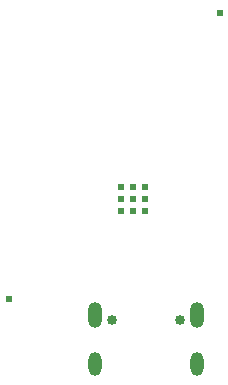
<source format=gbs>
G04*
G04 #@! TF.GenerationSoftware,Altium Limited,Altium Designer,20.1.14 (287)*
G04*
G04 Layer_Color=16711935*
%FSLAX25Y25*%
%MOIN*%
G70*
G04*
G04 #@! TF.SameCoordinates,C6E2488E-A08A-4CE9-B207-DE92606EBE29*
G04*
G04*
G04 #@! TF.FilePolarity,Negative*
G04*
G01*
G75*
%ADD112C,0.03359*%
%ADD113O,0.04737X0.08674*%
%ADD114O,0.04343X0.07887*%
%ADD115C,0.02375*%
%ADD116C,0.02400*%
D112*
X38000Y23000D02*
D03*
X60756D02*
D03*
D113*
X32350Y24890D02*
D03*
X66405Y24890D02*
D03*
D114*
X32350Y8433D02*
D03*
X66405D02*
D03*
D115*
X3728Y30100D02*
D03*
X73893Y125571D02*
D03*
D116*
X45000Y63500D02*
D03*
X45000Y59564D02*
D03*
X44998Y67436D02*
D03*
X48937Y67438D02*
D03*
X41063D02*
D03*
X48936Y59564D02*
D03*
Y63500D02*
D03*
X41063Y59564D02*
D03*
Y63501D02*
D03*
M02*

</source>
